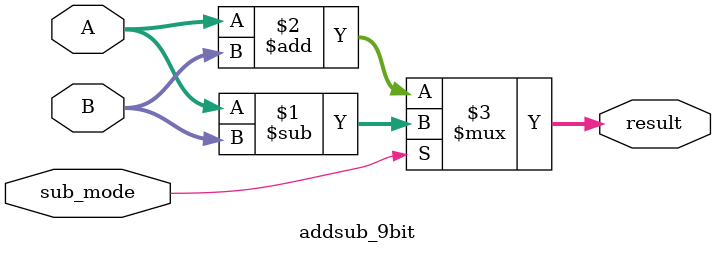
<source format=v>
module addsub_9bit (
    input wire [8:0] A,
    input wire [8:0] B,
    input wire sub_mode, // 0: add, 1: sub
    output wire [8:0] result
);
    assign result = sub_mode ? (A - B) : (A + B);
endmodule

</source>
